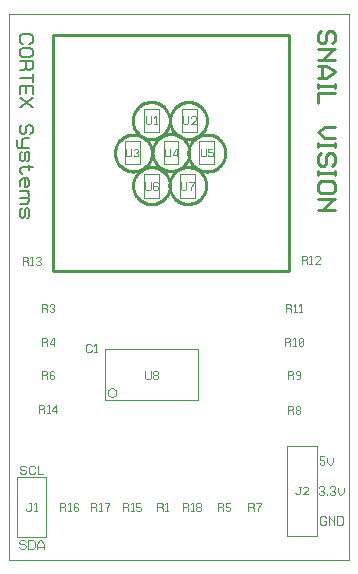
<source format=gto>
G75*
G71*
%OFA0B0*%
%FSLAX23Y23*%
%IPPOS*%
%LPD*%
%ADD10C,0.1*%
%ADD11C,0.111*%
%ADD12C,0.05*%
%ADD13C,0.25*%
%ADD14C,0.118*%
%ADD15C,0.235*%
%ADD16C,0.176*%
%LPD*%D10*
X0Y0D02*
X0Y100D01*
X0Y200D01*
X0Y300D01*
X0Y399D01*
X0Y499D01*
X0Y599D01*
X0Y699D01*
X0Y799D01*
X0Y899D01*
X0Y999D01*
X0Y1098D01*
X0Y1198D01*
X0Y1298D01*
X0Y1398D01*
X0Y1498D01*
X0Y1598D01*
X0Y1697D01*
X0Y1797D01*
X0Y1897D01*
X0Y1997D01*
X0Y2097D01*
X0Y2197D01*
X0Y2297D01*
X0Y2396D01*
X0Y2496D01*
X0Y2596D01*
X0Y2696D01*
X0Y2796D01*
X0Y2896D01*
X0Y2996D01*
X0Y3095D01*
X0Y3195D01*
X0Y3295D01*
X0Y3395D01*
X0Y3495D01*
X0Y3595D01*
X0Y3694D01*
X0Y3794D01*
X0Y3894D01*
X0Y3994D01*
X0Y4094D01*
X0Y4194D01*
X0Y4294D01*
X0Y4393D01*
X0Y4493D01*
X0Y4593D01*
X0Y4693D01*
X0Y4793D01*
X0Y4893D01*
X0Y4993D01*
X0Y5092D01*
X0Y5192D01*
X0Y5292D01*
X0Y5392D01*
X0Y5492D01*
X0Y5592D01*
X0Y5692D01*
X0Y5791D01*
X0Y5891D01*
X0Y5991D01*
X0Y6091D01*
X0Y6191D01*
X0Y6291D01*
X0Y6390D01*
X0Y6490D01*
X0Y6590D01*
X0Y6690D01*
X0Y6790D01*
X0Y6890D01*
X0Y6990D01*
X0Y7089D01*
X0Y7189D01*
X0Y7289D01*
X0Y7389D01*
X0Y7489D01*
X0Y7589D01*
X0Y7689D01*
X0Y7788D01*
X0Y7888D01*
X0Y7988D01*
X0Y8088D01*
X0Y8188D01*
X0Y8288D01*
X0Y8388D01*
X0Y8487D01*
X0Y8587D01*
X0Y8687D01*
X0Y8787D01*
X0Y8887D01*
X0Y8987D01*
X0Y9086D01*
X0Y9186D01*
X0Y9286D01*
X0Y9386D01*
X0Y9486D01*
X0Y9586D01*
X0Y9686D01*
X0Y9785D01*
X0Y9885D01*
X0Y9985D01*
X0Y10085D01*
X0Y10185D01*
X0Y10285D01*
X0Y10385D01*
X0Y10484D01*
X0Y10584D01*
X0Y10684D01*
X0Y10784D01*
X0Y10884D01*
X0Y10984D01*
X0Y11083D01*
X0Y11183D01*
X0Y11283D01*
X0Y11383D01*
X0Y11483D01*
X0Y11583D01*
X0Y11683D01*
X0Y11782D01*
X0Y11882D01*
X0Y11982D01*
X0Y12082D01*
X0Y12182D01*
X0Y12282D01*
X0Y12382D01*
X0Y12481D01*
X0Y12581D01*
X0Y12681D01*
X0Y12781D01*
X0Y12881D01*
X0Y12981D01*
X0Y13081D01*
X0Y13180D01*
X0Y13280D01*
X0Y13380D01*
X0Y13480D01*
X0Y13580D01*
X0Y13680D01*
X0Y13779D01*
X0Y13879D01*
X0Y13979D01*
X0Y14079D01*
X0Y14179D01*
X0Y14279D01*
X0Y14379D01*
X0Y14478D01*
X0Y14578D01*
X0Y14678D01*
X0Y14778D01*
X0Y14878D01*
X0Y14978D01*
X0Y15078D01*
X0Y15177D01*
X0Y15277D01*
X0Y15377D01*
X0Y15477D01*
X0Y15577D01*
X0Y15677D01*
X0Y15777D01*
X0Y15876D01*
X0Y15976D01*
X0Y16076D01*
X0Y16176D01*
X0Y16276D01*
X0Y16376D01*
X0Y16475D01*
X0Y16575D01*
X0Y16675D01*
X0Y16775D01*
X0Y16875D01*
X0Y16975D01*
X0Y17075D01*
X0Y17174D01*
X0Y17274D01*
X0Y17374D01*
X0Y17474D01*
X0Y17574D01*
X0Y17674D01*
X0Y17774D01*
X0Y17873D01*
X0Y17973D01*
X0Y18073D01*
X0Y18173D01*
X0Y18273D01*
X0Y18373D01*
X0Y18472D01*
X0Y18572D01*
X0Y18672D01*
X0Y18772D01*
X0Y18872D01*
X0Y18972D01*
X0Y19072D01*
X0Y19171D01*
X0Y19271D01*
X0Y19371D01*
X0Y19471D01*
X0Y19571D01*
X0Y19671D01*
X0Y19771D01*
X0Y19870D01*
X0Y19970D01*
X0Y20070D01*
X0Y20170D01*
X0Y20270D01*
X0Y20370D01*
X0Y20470D01*
X0Y20569D01*
X0Y20669D01*
X0Y20769D01*
X0Y20869D01*
X0Y20969D01*
X0Y21069D01*
X0Y21168D01*
X0Y21268D01*
X0Y21368D01*
X0Y21468D01*
X0Y21568D01*
X0Y21668D01*
X0Y21768D01*
X0Y21867D01*
X0Y21967D01*
X0Y22067D01*
X0Y22167D01*
X0Y22267D01*
X0Y22367D01*
X0Y22467D01*
X0Y22566D01*
X0Y22666D01*
X0Y22766D01*
X0Y22866D01*
X0Y22966D01*
X0Y23066D01*
X0Y23166D01*
X0Y23265D01*
X0Y23365D01*
X0Y23465D01*
X0Y23565D01*
X0Y23665D01*
X0Y23765D01*
X0Y23864D01*
X0Y23964D01*
X0Y24064D01*
X0Y24164D01*
X0Y24264D01*
X0Y24364D01*
X0Y24464D01*
X0Y24563D01*
X0Y24663D01*
X0Y24763D01*
X0Y24863D01*
X0Y24963D01*
X0Y25063D01*
X0Y25163D01*
X0Y25262D01*
X0Y25362D01*
X0Y25462D01*
X0Y25562D01*
X0Y25662D01*
X0Y25762D01*
X0Y25861D01*
X0Y25961D01*
X0Y26061D01*
X0Y26161D01*
X0Y26261D01*
X0Y26361D01*
X0Y26461D01*
X0Y26560D01*
X0Y26660D01*
X0Y26760D01*
X0Y26860D01*
X0Y26960D01*
X0Y27060D01*
X0Y27160D01*
X0Y27259D01*
X0Y27359D01*
X0Y27459D01*
X0Y27559D01*
X0Y27659D01*
X0Y27759D01*
X0Y27859D01*
X0Y27958D01*
X0Y28058D01*
X0Y28158D01*
X0Y28258D01*
X0Y28358D01*
X0Y28458D01*
X0Y28557D01*
X0Y28657D01*
X0Y28757D01*
X0Y28857D01*
X0Y28957D01*
X0Y29057D01*
X0Y29157D01*
X0Y29256D01*
X0Y29356D01*
X0Y29456D01*
X0Y29556D01*
X0Y29656D01*
X0Y29756D01*
X0Y29856D01*
X0Y29955D01*
X0Y30055D01*
X0Y30155D01*
X0Y30255D01*
X0Y30355D01*
X0Y30455D01*
X0Y30555D01*
X0Y30654D01*
X0Y30754D01*
X0Y30854D01*
X0Y30954D01*
X0Y31054D01*
X0Y31154D01*
X0Y31253D01*
X0Y31353D01*
X0Y31453D01*
X0Y31553D01*
X0Y31653D01*
X0Y31753D01*
X0Y31853D01*
X0Y31952D01*
X0Y32052D01*
X0Y32152D01*
X0Y32252D01*
X0Y32352D01*
X0Y32452D01*
X0Y32552D01*
X0Y32651D01*
X0Y32751D01*
X0Y32851D01*
X0Y32951D01*
X0Y33051D01*
X0Y33151D01*
X0Y33251D01*
X0Y33350D01*
X0Y33450D01*
X0Y33550D01*
X0Y33650D01*
X0Y33750D01*
X0Y33850D01*
X0Y33949D01*
X0Y34049D01*
X0Y34149D01*
X0Y34249D01*
X0Y34349D01*
X0Y34449D01*
X0Y34549D01*
X0Y34648D01*
X0Y34748D01*
X0Y34848D01*
X0Y34948D01*
X0Y35048D01*
X0Y35148D01*
X0Y35248D01*
X0Y35347D01*
X0Y35447D01*
X0Y35547D01*
X0Y35647D01*
X0Y35747D01*
X0Y35847D01*
X0Y35947D01*
X0Y36046D01*
X0Y36146D01*
X0Y36246D01*
X0Y36346D01*
X0Y36446D01*
X0Y36546D01*
X0Y36645D01*
X0Y36745D01*
X0Y36845D01*
X0Y36945D01*
X0Y37045D01*
X0Y37145D01*
X0Y37245D01*
X0Y37344D01*
X0Y37444D01*
X0Y37544D01*
X0Y37644D01*
X0Y37744D01*
X0Y37844D01*
X0Y37944D01*
X0Y38043D01*
X0Y38143D01*
X0Y38243D01*
X0Y38343D01*
X0Y38443D01*
X0Y38543D01*
X0Y38643D01*
X0Y38742D01*
X0Y38842D01*
X0Y38942D01*
X0Y39042D01*
X0Y39142D01*
X0Y39242D01*
X0Y39341D01*
X0Y39441D01*
X0Y39541D01*
X0Y39641D01*
X0Y39741D01*
X0Y39841D01*
X0Y39941D01*
X0Y40040D01*
X0Y40140D01*
X0Y40240D01*
X0Y40340D01*
X0Y40440D01*
X0Y40540D01*
X0Y40640D01*
X0Y40739D01*
X0Y40839D01*
X0Y40939D01*
X0Y41039D01*
X0Y41139D01*
X0Y41239D01*
X0Y41339D01*
X0Y41438D01*
X0Y41538D01*
X0Y41638D01*
X0Y41738D01*
X0Y41838D01*
X0Y41938D01*
X0Y42037D01*
X0Y42137D01*
X0Y42237D01*
X0Y42337D01*
X0Y42437D01*
X0Y42537D01*
X0Y42637D01*
X0Y42736D01*
X0Y42836D01*
X0Y42936D01*
X0Y43036D01*
X0Y43136D01*
X0Y43236D01*
X0Y43336D01*
X0Y43435D01*
X0Y43535D01*
X0Y43635D01*
X0Y43735D01*
X0Y43835D01*
X0Y43935D01*
X0Y44035D01*
X0Y44134D01*
X0Y44234D01*
X0Y44334D01*
X0Y44434D01*
X0Y44534D01*
X0Y44634D01*
X0Y44734D01*
X0Y44833D01*
X0Y44933D01*
X0Y45033D01*
X0Y45133D01*
X0Y45233D01*
X0Y45333D01*
X0Y45432D01*
X0Y45532D01*
X0Y45632D01*
X0Y45732D01*
X0Y45832D01*
X0Y45932D01*
X0Y46032D01*
X0Y46131D01*
X0Y46231D01*
X100Y46231D01*
X200Y46231D01*
X300Y46231D01*
X400Y46231D01*
X500Y46231D01*
X600Y46231D01*
X700Y46231D01*
X800Y46231D01*
X900Y46231D01*
X999Y46231D01*
X1099Y46231D01*
X1199Y46231D01*
X1299Y46231D01*
X1399Y46231D01*
X1499Y46231D01*
X1599Y46231D01*
X1699Y46231D01*
X1799Y46231D01*
X1899Y46231D01*
X1999Y46231D01*
X2099Y46231D01*
X2199Y46231D01*
X2299Y46231D01*
X2399Y46231D01*
X2499Y46231D01*
X2599Y46231D01*
X2699Y46231D01*
X2799Y46231D01*
X2898Y46231D01*
X2998Y46231D01*
X3098Y46231D01*
X3198Y46231D01*
X3298Y46231D01*
X3398Y46231D01*
X3498Y46231D01*
X3598Y46231D01*
X3698Y46231D01*
X3798Y46231D01*
X3898Y46231D01*
X3998Y46231D01*
X4098Y46231D01*
X4198Y46231D01*
X4298Y46231D01*
X4398Y46231D01*
X4498Y46231D01*
X4598Y46231D01*
X4698Y46231D01*
X4798Y46231D01*
X4897Y46231D01*
X4997Y46231D01*
X5097Y46231D01*
X5197Y46231D01*
X5297Y46231D01*
X5397Y46231D01*
X5497Y46231D01*
X5597Y46231D01*
X5697Y46231D01*
X5797Y46231D01*
X5897Y46231D01*
X5997Y46231D01*
X6097Y46231D01*
X6197Y46231D01*
X6297Y46231D01*
X6397Y46231D01*
X6497Y46231D01*
X6597Y46231D01*
X6697Y46231D01*
X6796Y46231D01*
X6896Y46231D01*
X6996Y46231D01*
X7096Y46231D01*
X7196Y46231D01*
X7296Y46231D01*
X7396Y46231D01*
X7496Y46231D01*
X7596Y46231D01*
X7696Y46231D01*
X7796Y46231D01*
X7896Y46231D01*
X7996Y46231D01*
X8096Y46231D01*
X8196Y46231D01*
X8296Y46231D01*
X8396Y46231D01*
X8496Y46231D01*
X8596Y46231D01*
X8696Y46231D01*
X8795Y46231D01*
X8895Y46231D01*
X8995Y46231D01*
X9095Y46231D01*
X9195Y46231D01*
X9295Y46231D01*
X9395Y46231D01*
X9495Y46231D01*
X9595Y46231D01*
X9695Y46231D01*
X9795Y46231D01*
X9895Y46231D01*
X9995Y46231D01*
X10095Y46231D01*
X10195Y46231D01*
X10295Y46231D01*
X10395Y46231D01*
X10495Y46231D01*
X10595Y46231D01*
X10694Y46231D01*
X10794Y46231D01*
X10894Y46231D01*
X10994Y46231D01*
X11094Y46231D01*
X11194Y46231D01*
X11294Y46231D01*
X11394Y46231D01*
X11494Y46231D01*
X11594Y46231D01*
X11694Y46231D01*
X11794Y46231D01*
X11894Y46231D01*
X11994Y46231D01*
X12094Y46231D01*
X12194Y46231D01*
X12294Y46231D01*
X12394Y46231D01*
X12494Y46231D01*
X12593Y46231D01*
X12693Y46231D01*
X12793Y46231D01*
X12893Y46231D01*
X12993Y46231D01*
X13093Y46231D01*
X13193Y46231D01*
X13293Y46231D01*
X13393Y46231D01*
X13493Y46231D01*
X13593Y46231D01*
X13693Y46231D01*
X13793Y46231D01*
X13893Y46231D01*
X13993Y46231D01*
X14093Y46231D01*
X14193Y46231D01*
X14293Y46231D01*
X14393Y46231D01*
X14493Y46231D01*
X14592Y46231D01*
X14692Y46231D01*
X14792Y46231D01*
X14892Y46231D01*
X14992Y46231D01*
X15092Y46231D01*
X15192Y46231D01*
X15292Y46231D01*
X15392Y46231D01*
X15492Y46231D01*
X15592Y46231D01*
X15692Y46231D01*
X15792Y46231D01*
X15892Y46231D01*
X15992Y46231D01*
X16092Y46231D01*
X16192Y46231D01*
X16292Y46231D01*
X16392Y46231D01*
X16491Y46231D01*
X16591Y46231D01*
X16691Y46231D01*
X16791Y46231D01*
X16891Y46231D01*
X16991Y46231D01*
X17091Y46231D01*
X17191Y46231D01*
X17291Y46231D01*
X17391Y46231D01*
X17491Y46231D01*
X17591Y46231D01*
X17691Y46231D01*
X17791Y46231D01*
X17891Y46231D01*
X17991Y46231D01*
X18091Y46231D01*
X18191Y46231D01*
X18291Y46231D01*
X18391Y46231D01*
X18490Y46231D01*
X18590Y46231D01*
X18690Y46231D01*
X18790Y46231D01*
X18890Y46231D01*
X18990Y46231D01*
X19090Y46231D01*
X19190Y46231D01*
X19290Y46231D01*
X19390Y46231D01*
X19490Y46231D01*
X19590Y46231D01*
X19690Y46231D01*
X19790Y46231D01*
X19890Y46231D01*
X19990Y46231D01*
X20090Y46231D01*
X20190Y46231D01*
X20290Y46231D01*
X20389Y46231D01*
X20489Y46231D01*
X20589Y46231D01*
X20689Y46231D01*
X20789Y46231D01*
X20889Y46231D01*
X20989Y46231D01*
X21089Y46231D01*
X21189Y46231D01*
X21289Y46231D01*
X21389Y46231D01*
X21489Y46231D01*
X21589Y46231D01*
X21689Y46231D01*
X21789Y46231D01*
X21889Y46231D01*
X21989Y46231D01*
X22089Y46231D01*
X22189Y46231D01*
X22289Y46231D01*
X22388Y46231D01*
X22488Y46231D01*
X22588Y46231D01*
X22688Y46231D01*
X22788Y46231D01*
X22888Y46231D01*
X22988Y46231D01*
X23088Y46231D01*
X23188Y46231D01*
X23288Y46231D01*
X23388Y46231D01*
X23488Y46231D01*
X23588Y46231D01*
X23688Y46231D01*
X23788Y46231D01*
X23888Y46231D01*
X23988Y46231D01*
X24088Y46231D01*
X24188Y46231D01*
X24288Y46231D01*
X24387Y46231D01*
X24487Y46231D01*
X24587Y46231D01*
X24687Y46231D01*
X24787Y46231D01*
X24887Y46231D01*
X24987Y46231D01*
X25087Y46231D01*
X25187Y46231D01*
X25287Y46231D01*
X25387Y46231D01*
X25487Y46231D01*
X25587Y46231D01*
X25687Y46231D01*
X25787Y46231D01*
X25887Y46231D01*
X25987Y46231D01*
X26087Y46231D01*
X26187Y46231D01*
X26286Y46231D01*
X26386Y46231D01*
X26486Y46231D01*
X26586Y46231D01*
X26686Y46231D01*
X26786Y46231D01*
X26886Y46231D01*
X26986Y46231D01*
X27086Y46231D01*
X27186Y46231D01*
X27286Y46231D01*
X27386Y46231D01*
X27486Y46231D01*
X27586Y46231D01*
X27686Y46231D01*
X27786Y46231D01*
X27886Y46231D01*
X27986Y46231D01*
X28086Y46231D01*
X28186Y46231D01*
X28285Y46231D01*
X28385Y46231D01*
X28485Y46231D01*
X28585Y46231D01*
X28685Y46231D01*
X28785Y46231D01*
X28785Y46132D01*
X28785Y46032D01*
X28785Y45932D01*
X28785Y45832D01*
X28785Y45732D01*
X28785Y45632D01*
X28785Y45532D01*
X28785Y45433D01*
X28785Y45333D01*
X28785Y45233D01*
X28785Y45133D01*
X28785Y45033D01*
X28785Y44933D01*
X28785Y44833D01*
X28785Y44734D01*
X28785Y44634D01*
X28785Y44534D01*
X28785Y44434D01*
X28785Y44334D01*
X28785Y44234D01*
X28785Y44134D01*
X28785Y44035D01*
X28785Y43935D01*
X28785Y43835D01*
X28785Y43735D01*
X28785Y43635D01*
X28785Y43535D01*
X28785Y43436D01*
X28785Y43336D01*
X28785Y43236D01*
X28785Y43136D01*
X28785Y43036D01*
X28785Y42936D01*
X28785Y42836D01*
X28785Y42737D01*
X28785Y42637D01*
X28785Y42537D01*
X28785Y42437D01*
X28785Y42337D01*
X28785Y42237D01*
X28785Y42137D01*
X28785Y42038D01*
X28785Y41938D01*
X28785Y41838D01*
X28785Y41738D01*
X28785Y41638D01*
X28785Y41538D01*
X28785Y41438D01*
X28785Y41339D01*
X28785Y41239D01*
X28785Y41139D01*
X28785Y41039D01*
X28785Y40939D01*
X28785Y40839D01*
X28785Y40740D01*
X28785Y40640D01*
X28785Y40540D01*
X28785Y40440D01*
X28785Y40340D01*
X28785Y40240D01*
X28785Y40140D01*
X28785Y40041D01*
X28785Y39941D01*
X28785Y39841D01*
X28785Y39741D01*
X28785Y39641D01*
X28785Y39541D01*
X28785Y39441D01*
X28785Y39342D01*
X28785Y39242D01*
X28785Y39142D01*
X28785Y39042D01*
X28785Y38942D01*
X28785Y38842D01*
X28785Y38743D01*
X28785Y38643D01*
X28785Y38543D01*
X28785Y38443D01*
X28785Y38343D01*
X28785Y38243D01*
X28785Y38143D01*
X28785Y38044D01*
X28785Y37944D01*
X28785Y37844D01*
X28785Y37744D01*
X28785Y37644D01*
X28785Y37544D01*
X28785Y37444D01*
X28785Y37345D01*
X28785Y37245D01*
X28785Y37145D01*
X28785Y37045D01*
X28785Y36945D01*
X28785Y36845D01*
X28785Y36745D01*
X28785Y36646D01*
X28785Y36546D01*
X28785Y36446D01*
X28785Y36346D01*
X28785Y36246D01*
X28785Y36146D01*
X28785Y36047D01*
X28785Y35947D01*
X28785Y35847D01*
X28785Y35747D01*
X28785Y35647D01*
X28785Y35547D01*
X28785Y35447D01*
X28785Y35348D01*
X28785Y35248D01*
X28785Y35148D01*
X28785Y35048D01*
X28785Y34948D01*
X28785Y34848D01*
X28785Y34748D01*
X28785Y34649D01*
X28785Y34549D01*
X28785Y34449D01*
X28785Y34349D01*
X28785Y34249D01*
X28785Y34149D01*
X28785Y34050D01*
X28785Y33950D01*
X28785Y33850D01*
X28785Y33750D01*
X28785Y33650D01*
X28785Y33550D01*
X28785Y33450D01*
X28785Y33351D01*
X28785Y33251D01*
X28785Y33151D01*
X28785Y33051D01*
X28785Y32951D01*
X28785Y32851D01*
X28785Y32751D01*
X28785Y32652D01*
X28785Y32552D01*
X28785Y32452D01*
X28785Y32352D01*
X28785Y32252D01*
X28785Y32152D01*
X28785Y32052D01*
X28785Y31953D01*
X28785Y31853D01*
X28785Y31753D01*
X28785Y31653D01*
X28785Y31553D01*
X28785Y31453D01*
X28785Y31354D01*
X28785Y31254D01*
X28785Y31154D01*
X28785Y31054D01*
X28785Y30954D01*
X28785Y30854D01*
X28785Y30754D01*
X28785Y30655D01*
X28785Y30555D01*
X28785Y30455D01*
X28785Y30355D01*
X28785Y30255D01*
X28785Y30155D01*
X28785Y30055D01*
X28785Y29956D01*
X28785Y29856D01*
X28785Y29756D01*
X28785Y29656D01*
X28785Y29556D01*
X28785Y29456D01*
X28785Y29356D01*
X28785Y29257D01*
X28785Y29157D01*
X28785Y29057D01*
X28785Y28957D01*
X28785Y28857D01*
X28785Y28757D01*
X28785Y28658D01*
X28785Y28558D01*
X28785Y28458D01*
X28785Y28358D01*
X28785Y28258D01*
X28785Y28158D01*
X28785Y28058D01*
X28785Y27959D01*
X28785Y27859D01*
X28785Y27759D01*
X28785Y27659D01*
X28785Y27559D01*
X28785Y27459D01*
X28785Y27359D01*
X28785Y27260D01*
X28785Y27160D01*
X28785Y27060D01*
X28785Y26960D01*
X28785Y26860D01*
X28785Y26760D01*
X28785Y26661D01*
X28785Y26561D01*
X28785Y26461D01*
X28785Y26361D01*
X28785Y26261D01*
X28785Y26161D01*
X28785Y26061D01*
X28785Y25962D01*
X28785Y25862D01*
X28785Y25762D01*
X28785Y25662D01*
X28785Y25562D01*
X28785Y25462D01*
X28785Y25362D01*
X28785Y25263D01*
X28785Y25163D01*
X28785Y25063D01*
X28785Y24963D01*
X28785Y24863D01*
X28785Y24763D01*
X28785Y24663D01*
X28785Y24564D01*
X28785Y24464D01*
X28785Y24364D01*
X28785Y24264D01*
X28785Y24164D01*
X28785Y24064D01*
X28785Y23965D01*
X28785Y23865D01*
X28785Y23765D01*
X28785Y23665D01*
X28785Y23565D01*
X28785Y23465D01*
X28785Y23365D01*
X28785Y23266D01*
X28785Y23166D01*
X28785Y23066D01*
X28785Y22966D01*
X28785Y22866D01*
X28785Y22766D01*
X28785Y22666D01*
X28785Y22567D01*
X28785Y22467D01*
X28785Y22367D01*
X28785Y22267D01*
X28785Y22167D01*
X28785Y22067D01*
X28785Y21967D01*
X28785Y21868D01*
X28785Y21768D01*
X28785Y21668D01*
X28785Y21568D01*
X28785Y21468D01*
X28785Y21368D01*
X28785Y21269D01*
X28785Y21169D01*
X28785Y21069D01*
X28785Y20969D01*
X28785Y20869D01*
X28785Y20769D01*
X28785Y20669D01*
X28785Y20570D01*
X28785Y20470D01*
X28785Y20370D01*
X28785Y20270D01*
X28785Y20170D01*
X28785Y20070D01*
X28785Y19970D01*
X28785Y19871D01*
X28785Y19771D01*
X28785Y19671D01*
X28785Y19571D01*
X28785Y19471D01*
X28785Y19371D01*
X28785Y19271D01*
X28785Y19172D01*
X28785Y19072D01*
X28785Y18972D01*
X28785Y18872D01*
X28785Y18772D01*
X28785Y18672D01*
X28785Y18573D01*
X28785Y18473D01*
X28785Y18373D01*
X28785Y18273D01*
X28785Y18173D01*
X28785Y18073D01*
X28785Y17973D01*
X28785Y17874D01*
X28785Y17774D01*
X28785Y17674D01*
X28785Y17574D01*
X28785Y17474D01*
X28785Y17374D01*
X28785Y17274D01*
X28785Y17175D01*
X28785Y17075D01*
X28785Y16975D01*
X28785Y16875D01*
X28785Y16775D01*
X28785Y16675D01*
X28785Y16576D01*
X28785Y16476D01*
X28785Y16376D01*
X28785Y16276D01*
X28785Y16176D01*
X28785Y16076D01*
X28785Y15976D01*
X28785Y15877D01*
X28785Y15777D01*
X28785Y15677D01*
X28785Y15577D01*
X28785Y15477D01*
X28785Y15377D01*
X28785Y15277D01*
X28785Y15178D01*
X28785Y15078D01*
X28785Y14978D01*
X28785Y14878D01*
X28785Y14778D01*
X28785Y14678D01*
X28785Y14578D01*
X28785Y14479D01*
X28785Y14379D01*
X28785Y14279D01*
X28785Y14179D01*
X28785Y14079D01*
X28785Y13979D01*
X28785Y13880D01*
X28785Y13780D01*
X28785Y13680D01*
X28785Y13580D01*
X28785Y13480D01*
X28785Y13380D01*
X28785Y13280D01*
X28785Y13181D01*
X28785Y13081D01*
X28785Y12981D01*
X28785Y12881D01*
X28785Y12781D01*
X28785Y12681D01*
X28785Y12581D01*
X28785Y12482D01*
X28785Y12382D01*
X28785Y12282D01*
X28785Y12182D01*
X28785Y12082D01*
X28785Y11982D01*
X28785Y11882D01*
X28785Y11783D01*
X28785Y11683D01*
X28785Y11583D01*
X28785Y11483D01*
X28785Y11383D01*
X28785Y11283D01*
X28785Y11184D01*
X28785Y11084D01*
X28785Y10984D01*
X28785Y10884D01*
X28785Y10784D01*
X28785Y10684D01*
X28785Y10584D01*
X28785Y10485D01*
X28785Y10385D01*
X28785Y10285D01*
X28785Y10185D01*
X28785Y10085D01*
X28785Y9985D01*
X28785Y9885D01*
X28785Y9786D01*
X28785Y9686D01*
X28785Y9586D01*
X28785Y9486D01*
X28785Y9386D01*
X28785Y9286D01*
X28785Y9186D01*
X28785Y9087D01*
X28785Y8987D01*
X28785Y8887D01*
X28785Y8787D01*
X28785Y8687D01*
X28785Y8587D01*
X28785Y8488D01*
X28785Y8388D01*
X28785Y8288D01*
X28785Y8188D01*
X28785Y8088D01*
X28785Y7988D01*
X28785Y7888D01*
X28785Y7789D01*
X28785Y7689D01*
X28785Y7589D01*
X28785Y7489D01*
X28785Y7389D01*
X28785Y7289D01*
X28785Y7189D01*
X28785Y7090D01*
X28785Y6990D01*
X28785Y6890D01*
X28785Y6790D01*
X28785Y6690D01*
X28785Y6590D01*
X28785Y6490D01*
X28785Y6391D01*
X28785Y6291D01*
X28785Y6191D01*
X28785Y6091D01*
X28785Y5991D01*
X28785Y5891D01*
X28785Y5792D01*
X28785Y5692D01*
X28785Y5592D01*
X28785Y5492D01*
X28785Y5392D01*
X28785Y5292D01*
X28785Y5192D01*
X28785Y5093D01*
X28785Y4993D01*
X28785Y4893D01*
X28785Y4793D01*
X28785Y4693D01*
X28785Y4593D01*
X28785Y4493D01*
X28785Y4394D01*
X28785Y4294D01*
X28785Y4194D01*
X28785Y4094D01*
X28785Y3994D01*
X28785Y3894D01*
X28785Y3794D01*
X28785Y3695D01*
X28785Y3595D01*
X28785Y3495D01*
X28785Y3395D01*
X28785Y3295D01*
X28785Y3195D01*
X28785Y3095D01*
X28785Y2996D01*
X28785Y2896D01*
X28785Y2796D01*
X28785Y2696D01*
X28785Y2596D01*
X28785Y2496D01*
X28785Y2397D01*
X28785Y2297D01*
X28785Y2197D01*
X28785Y2097D01*
X28785Y1997D01*
X28785Y1897D01*
X28785Y1797D01*
X28785Y1698D01*
X28785Y1598D01*
X28785Y1498D01*
X28785Y1398D01*
X28785Y1298D01*
X28785Y1198D01*
X28785Y1098D01*
X28785Y999D01*
X28785Y899D01*
X28785Y799D01*
X28785Y699D01*
X28785Y599D01*
X28785Y499D01*
X28785Y399D01*
X28785Y300D01*
X28785Y200D01*
X28785Y100D01*
X28785Y0D01*
X28685Y0D01*
X28585Y0D01*
X28485Y0D01*
X28385Y0D01*
X28286Y0D01*
X28186Y0D01*
X28086Y0D01*
X27986Y0D01*
X27886Y0D01*
X27786Y0D01*
X27686Y0D01*
X27586Y0D01*
X27486Y0D01*
X27386Y0D01*
X27286Y0D01*
X27186Y0D01*
X27086Y0D01*
X26986Y0D01*
X26886Y0D01*
X26786Y0D01*
X26686Y0D01*
X26586Y0D01*
X26486Y0D01*
X26387Y0D01*
X26287Y0D01*
X26187Y0D01*
X26087Y0D01*
X25987Y0D01*
X25887Y0D01*
X25787Y0D01*
X25687Y0D01*
X25587Y0D01*
X25487Y0D01*
X25387Y0D01*
X25287Y0D01*
X25187Y0D01*
X25087Y0D01*
X24987Y0D01*
X24887Y0D01*
X24787Y0D01*
X24687Y0D01*
X24587Y0D01*
X24487Y0D01*
X24388Y0D01*
X24288Y0D01*
X24188Y0D01*
X24088Y0D01*
X23988Y0D01*
X23888Y0D01*
X23788Y0D01*
X23688Y0D01*
X23588Y0D01*
X23488Y0D01*
X23388Y0D01*
X23288Y0D01*
X23188Y0D01*
X23088Y0D01*
X22988Y0D01*
X22888Y0D01*
X22788Y0D01*
X22688Y0D01*
X22588Y0D01*
X22489Y0D01*
X22389Y0D01*
X22289Y0D01*
X22189Y0D01*
X22089Y0D01*
X21989Y0D01*
X21889Y0D01*
X21789Y0D01*
X21689Y0D01*
X21589Y0D01*
X21489Y0D01*
X21389Y0D01*
X21289Y0D01*
X21189Y0D01*
X21089Y0D01*
X20989Y0D01*
X20889Y0D01*
X20789Y0D01*
X20689Y0D01*
X20590Y0D01*
X20490Y0D01*
X20390Y0D01*
X20290Y0D01*
X20190Y0D01*
X20090Y0D01*
X19990Y0D01*
X19890Y0D01*
X19790Y0D01*
X19690Y0D01*
X19590Y0D01*
X19490Y0D01*
X19390Y0D01*
X19290Y0D01*
X19190Y0D01*
X19090Y0D01*
X18990Y0D01*
X18890Y0D01*
X18790Y0D01*
X18690Y0D01*
X18591Y0D01*
X18491Y0D01*
X18391Y0D01*
X18291Y0D01*
X18191Y0D01*
X18091Y0D01*
X17991Y0D01*
X17891Y0D01*
X17791Y0D01*
X17691Y0D01*
X17591Y0D01*
X17491Y0D01*
X17391Y0D01*
X17291Y0D01*
X17191Y0D01*
X17091Y0D01*
X16991Y0D01*
X16891Y0D01*
X16791Y0D01*
X16692Y0D01*
X16592Y0D01*
X16492Y0D01*
X16392Y0D01*
X16292Y0D01*
X16192Y0D01*
X16092Y0D01*
X15992Y0D01*
X15892Y0D01*
X15792Y0D01*
X15692Y0D01*
X15592Y0D01*
X15492Y0D01*
X15392Y0D01*
X15292Y0D01*
X15192Y0D01*
X15092Y0D01*
X14992Y0D01*
X14892Y0D01*
X14792Y0D01*
X14693Y0D01*
X14593Y0D01*
X14493Y0D01*
X14393Y0D01*
X14293Y0D01*
X14193Y0D01*
X14093Y0D01*
X13993Y0D01*
X13893Y0D01*
X13793Y0D01*
X13693Y0D01*
X13593Y0D01*
X13493Y0D01*
X13393Y0D01*
X13293Y0D01*
X13193Y0D01*
X13093Y0D01*
X12993Y0D01*
X12893Y0D01*
X12794Y0D01*
X12694Y0D01*
X12594Y0D01*
X12494Y0D01*
X12394Y0D01*
X12294Y0D01*
X12194Y0D01*
X12094Y0D01*
X11994Y0D01*
X11894Y0D01*
X11794Y0D01*
X11694Y0D01*
X11594Y0D01*
X11494Y0D01*
X11394Y0D01*
X11294Y0D01*
X11194Y0D01*
X11094Y0D01*
X10994Y0D01*
X10894Y0D01*
X10795Y0D01*
X10695Y0D01*
X10595Y0D01*
X10495Y0D01*
X10395Y0D01*
X10295Y0D01*
X10195Y0D01*
X10095Y0D01*
X9995Y0D01*
X9895Y0D01*
X9795Y0D01*
X9695Y0D01*
X9595Y0D01*
X9495Y0D01*
X9395Y0D01*
X9295Y0D01*
X9195Y0D01*
X9095Y0D01*
X8995Y0D01*
X8896Y0D01*
X8796Y0D01*
X8696Y0D01*
X8596Y0D01*
X8496Y0D01*
X8396Y0D01*
X8296Y0D01*
X8196Y0D01*
X8096Y0D01*
X7996Y0D01*
X7896Y0D01*
X7796Y0D01*
X7696Y0D01*
X7596Y0D01*
X7496Y0D01*
X7396Y0D01*
X7296Y0D01*
X7196Y0D01*
X7096Y0D01*
X6996Y0D01*
X6897Y0D01*
X6797Y0D01*
X6697Y0D01*
X6597Y0D01*
X6497Y0D01*
X6397Y0D01*
X6297Y0D01*
X6197Y0D01*
X6097Y0D01*
X5997Y0D01*
X5897Y0D01*
X5797Y0D01*
X5697Y0D01*
X5597Y0D01*
X5497Y0D01*
X5397Y0D01*
X5297Y0D01*
X5197Y0D01*
X5097Y0D01*
X4998Y0D01*
X4898Y0D01*
X4798Y0D01*
X4698Y0D01*
X4598Y0D01*
X4498Y0D01*
X4398Y0D01*
X4298Y0D01*
X4198Y0D01*
X4098Y0D01*
X3998Y0D01*
X3898Y0D01*
X3798Y0D01*
X3698Y0D01*
X3598Y0D01*
X3498Y0D01*
X3398Y0D01*
X3298Y0D01*
X3198Y0D01*
X3098Y0D01*
X2999Y0D01*
X2899Y0D01*
X2799Y0D01*
X2699Y0D01*
X2599Y0D01*
X2499Y0D01*
X2399Y0D01*
X2299Y0D01*
X2199Y0D01*
X2099Y0D01*
X1999Y0D01*
X1899Y0D01*
X1799Y0D01*
X1699Y0D01*
X1599Y0D01*
X1499Y0D01*
X1399Y0D01*
X1299Y0D01*
X1199Y0D01*
X1099Y0D01*
X1000Y0D01*
X900Y0D01*
X800Y0D01*
X700Y0D01*
X600Y0D01*
X500Y0D01*
X400Y0D01*
X300Y0D01*
X200Y0D01*
X100Y0D01*
X0Y0D01*
X0Y0D01*
D11*
X11599Y37529D02*
X11599Y36946D01*
X11682Y36862D01*
X11960Y36862D01*
X12043Y36946D01*
X12043Y37529D01*
D11*
X12404Y36862D02*
X12404Y37529D01*
X12349Y37529D01*
X12265Y37418D01*
D11*
X12265Y36862D02*
X12515Y36862D01*
D10*
X12682Y38196D02*
X12682Y36196D01*
X11432Y36196D01*
X11432Y38196D01*
X12682Y38196D01*
D11*
X14741Y37529D02*
X14741Y36946D01*
X14825Y36862D01*
X15102Y36862D01*
X15186Y36946D01*
X15186Y37529D01*
D11*
X15408Y37418D02*
X15408Y37446D01*
X15491Y37529D01*
X15714Y37529D01*
X15797Y37446D01*
X15797Y37251D01*
X15408Y36862D01*
X15797Y36862D01*
D10*
X15894Y38196D02*
X15894Y36196D01*
X14644Y36196D01*
X14644Y38196D01*
X15894Y38196D01*
D11*
X9892Y34807D02*
X9892Y34223D01*
X9975Y34140D01*
X10253Y34140D01*
X10336Y34223D01*
X10336Y34807D01*
D11*
X10558Y34696D02*
X10558Y34723D01*
X10642Y34807D01*
X10864Y34807D01*
X10947Y34723D01*
X10947Y34612D01*
X10808Y34473D01*
X10947Y34335D01*
X10947Y34223D01*
X10864Y34140D01*
X10642Y34140D01*
X10558Y34223D01*
X10558Y34251D01*
D11*
X10725Y34473D02*
X10808Y34473D01*
D10*
X11044Y35473D02*
X11044Y33473D01*
X9794Y33473D01*
X9794Y35473D01*
X11044Y35473D01*
D11*
X13173Y34807D02*
X13173Y34223D01*
X13257Y34140D01*
X13534Y34140D01*
X13618Y34223D01*
X13618Y34807D01*
D11*
X14173Y34140D02*
X14173Y34807D01*
X14118Y34807D01*
X13840Y34390D01*
X13840Y34279D01*
X14229Y34279D01*
D10*
X14326Y35473D02*
X14326Y33473D01*
X13076Y33473D01*
X13076Y35473D01*
X14326Y35473D01*
D11*
X16210Y34807D02*
X16210Y34223D01*
X16294Y34140D01*
X16571Y34140D01*
X16655Y34223D01*
X16655Y34807D01*
D11*
X16877Y34251D02*
X16877Y34223D01*
X16960Y34140D01*
X17182Y34140D01*
X17266Y34223D01*
X17266Y34418D01*
X17182Y34501D01*
X16877Y34501D01*
X16877Y34807D01*
X17210Y34807D01*
D10*
X17363Y35473D02*
X17363Y33473D01*
X16113Y33473D01*
X16113Y35473D01*
X17363Y35473D01*
D11*
X14561Y31967D02*
X14561Y31383D01*
X14644Y31300D01*
X14922Y31300D01*
X15005Y31383D01*
X15005Y31967D01*
D11*
X15394Y31300D02*
X15394Y31522D01*
X15616Y31856D01*
X15616Y31967D01*
X15227Y31967D01*
D10*
X15714Y32633D02*
X15714Y30633D01*
X14464Y30633D01*
X14464Y32633D01*
X15714Y32633D01*
D11*
X11529Y31967D02*
X11529Y31383D01*
X11613Y31300D01*
X11890Y31300D01*
X11974Y31383D01*
X11974Y31967D01*
D11*
X12585Y31856D02*
X12585Y31883D01*
X12502Y31967D01*
X12279Y31967D01*
X12196Y31883D01*
X12196Y31383D01*
X12279Y31300D01*
X12502Y31300D01*
X12585Y31383D01*
X12585Y31550D01*
X12502Y31633D01*
X12196Y31633D01*
D10*
X12682Y32633D02*
X12682Y30633D01*
X11432Y30633D01*
X11432Y32633D01*
X12682Y32633D01*
D11*
X12549Y4125D02*
X12549Y4791D01*
X12882Y4791D01*
X12993Y4680D01*
X12993Y4569D01*
X12882Y4458D01*
X12549Y4458D01*
D11*
X12882Y4458D02*
X12993Y4347D01*
X12993Y4125D01*
D11*
X13354Y4125D02*
X13354Y4791D01*
X13299Y4791D01*
X13215Y4680D01*
D11*
X13215Y4125D02*
X13465Y4125D01*
D11*
X14724Y4125D02*
X14724Y4791D01*
X15057Y4791D01*
X15168Y4680D01*
X15168Y4569D01*
X15057Y4458D01*
X14724Y4458D01*
D11*
X15057Y4458D02*
X15168Y4347D01*
X15168Y4125D01*
D11*
X15529Y4125D02*
X15529Y4791D01*
X15474Y4791D01*
X15390Y4680D01*
D11*
X15390Y4125D02*
X15640Y4125D01*
D11*
X16168Y4458D02*
X16252Y4375D01*
X16252Y4208D01*
X16168Y4125D01*
X15946Y4125D01*
X15863Y4208D01*
X15863Y4375D01*
X15946Y4458D01*
X16168Y4458D01*
X16252Y4541D01*
X16252Y4708D01*
X16168Y4791D01*
X15946Y4791D01*
X15863Y4708D01*
X15863Y4541D01*
X15946Y4458D01*
D11*
X2769Y20949D02*
X2769Y21615D01*
X3103Y21615D01*
X3214Y21504D01*
X3214Y21393D01*
X3103Y21282D01*
X2769Y21282D01*
D11*
X3103Y21282D02*
X3214Y21171D01*
X3214Y20949D01*
D11*
X3436Y21504D02*
X3436Y21532D01*
X3519Y21615D01*
X3742Y21615D01*
X3825Y21532D01*
X3825Y21421D01*
X3686Y21282D01*
X3825Y21143D01*
X3825Y21032D01*
X3742Y20949D01*
X3519Y20949D01*
X3436Y21032D01*
X3436Y21060D01*
D11*
X3603Y21282D02*
X3686Y21282D01*
D11*
X2769Y18125D02*
X2769Y18791D01*
X3103Y18791D01*
X3214Y18680D01*
X3214Y18569D01*
X3103Y18458D01*
X2769Y18458D01*
D11*
X3103Y18458D02*
X3214Y18347D01*
X3214Y18125D01*
D11*
X3769Y18125D02*
X3769Y18791D01*
X3714Y18791D01*
X3436Y18375D01*
X3436Y18264D01*
X3825Y18264D01*
D11*
X17667Y4125D02*
X17667Y4791D01*
X18001Y4791D01*
X18112Y4680D01*
X18112Y4569D01*
X18001Y4458D01*
X17667Y4458D01*
D11*
X18001Y4458D02*
X18112Y4347D01*
X18112Y4125D01*
D11*
X18334Y4236D02*
X18334Y4208D01*
X18417Y4125D01*
X18639Y4125D01*
X18723Y4208D01*
X18723Y4402D01*
X18639Y4486D01*
X18334Y4486D01*
X18334Y4791D01*
X18667Y4791D01*
D11*
X2769Y15324D02*
X2769Y15990D01*
X3103Y15990D01*
X3214Y15879D01*
X3214Y15768D01*
X3103Y15657D01*
X2769Y15657D01*
D11*
X3103Y15657D02*
X3214Y15546D01*
X3214Y15324D01*
D11*
X3825Y15879D02*
X3825Y15907D01*
X3742Y15990D01*
X3519Y15990D01*
X3436Y15907D01*
X3436Y15407D01*
X3519Y15324D01*
X3742Y15324D01*
X3825Y15407D01*
X3825Y15574D01*
X3742Y15657D01*
X3436Y15657D01*
D11*
X20254Y4125D02*
X20254Y4791D01*
X20588Y4791D01*
X20699Y4680D01*
X20699Y4569D01*
X20588Y4458D01*
X20254Y4458D01*
D11*
X20588Y4458D02*
X20699Y4347D01*
X20699Y4125D01*
D11*
X21088Y4125D02*
X21088Y4347D01*
X21310Y4680D01*
X21310Y4791D01*
X20921Y4791D01*
D11*
X23598Y12367D02*
X23598Y13033D01*
X23932Y13033D01*
X24043Y12922D01*
X24043Y12811D01*
X23932Y12700D01*
X23598Y12700D01*
D11*
X23932Y12700D02*
X24043Y12589D01*
X24043Y12367D01*
D11*
X24571Y12700D02*
X24654Y12617D01*
X24654Y12450D01*
X24571Y12367D01*
X24348Y12367D01*
X24265Y12450D01*
X24265Y12617D01*
X24348Y12700D01*
X24571Y12700D01*
X24654Y12783D01*
X24654Y12950D01*
X24571Y13033D01*
X24348Y13033D01*
X24265Y12950D01*
X24265Y12783D01*
X24348Y12700D01*
D11*
X23598Y15324D02*
X23598Y15990D01*
X23932Y15990D01*
X24043Y15879D01*
X24043Y15768D01*
X23932Y15657D01*
X23598Y15657D01*
D11*
X23932Y15657D02*
X24043Y15546D01*
X24043Y15324D01*
D11*
X24654Y15657D02*
X24348Y15657D01*
X24265Y15740D01*
X24265Y15907D01*
X24348Y15990D01*
X24571Y15990D01*
X24654Y15907D01*
X24654Y15407D01*
X24571Y15324D01*
X24348Y15324D01*
D11*
X23362Y18125D02*
X23362Y18791D01*
X23696Y18791D01*
X23807Y18680D01*
X23807Y18569D01*
X23696Y18458D01*
X23362Y18458D01*
D11*
X23696Y18458D02*
X23807Y18347D01*
X23807Y18125D01*
D11*
X24168Y18125D02*
X24168Y18791D01*
X24112Y18791D01*
X24029Y18680D01*
D11*
X24029Y18125D02*
X24279Y18125D01*
D11*
X24585Y18125D02*
X24501Y18208D01*
X24501Y18708D01*
X24585Y18791D01*
X24807Y18791D01*
X24890Y18708D01*
X24890Y18208D01*
X24807Y18125D01*
X24585Y18125D01*
D11*
X24501Y18291D02*
X24890Y18625D01*
D11*
X23432Y20949D02*
X23432Y21615D01*
X23765Y21615D01*
X23876Y21504D01*
X23876Y21393D01*
X23765Y21282D01*
X23432Y21282D01*
D11*
X23765Y21282D02*
X23876Y21171D01*
X23876Y20949D01*
D11*
X24237Y20949D02*
X24237Y21615D01*
X24182Y21615D01*
X24098Y21504D01*
D11*
X24098Y20949D02*
X24348Y20949D01*
D11*
X24710Y20949D02*
X24710Y21615D01*
X24654Y21615D01*
X24571Y21504D01*
D11*
X24571Y20949D02*
X24821Y20949D01*
D11*
X24762Y25067D02*
X24762Y25733D01*
X25096Y25733D01*
X25207Y25622D01*
X25207Y25511D01*
X25096Y25400D01*
X24762Y25400D01*
D11*
X25096Y25400D02*
X25207Y25289D01*
X25207Y25067D01*
D11*
X25568Y25067D02*
X25568Y25733D01*
X25512Y25733D01*
X25429Y25622D01*
D11*
X25429Y25067D02*
X25679Y25067D01*
D11*
X25901Y25622D02*
X25901Y25650D01*
X25985Y25733D01*
X26207Y25733D01*
X26290Y25650D01*
X26290Y25456D01*
X25901Y25067D01*
X26290Y25067D01*
D11*
X1133Y24964D02*
X1133Y25631D01*
X1467Y25631D01*
X1578Y25520D01*
X1578Y25408D01*
X1467Y25297D01*
X1133Y25297D01*
D11*
X1467Y25297D02*
X1578Y25186D01*
X1578Y24964D01*
D11*
X1939Y24964D02*
X1939Y25631D01*
X1883Y25631D01*
X1800Y25520D01*
D11*
X1800Y24964D02*
X2050Y24964D01*
D11*
X2272Y25520D02*
X2272Y25547D01*
X2355Y25631D01*
X2578Y25631D01*
X2661Y25547D01*
X2661Y25436D01*
X2522Y25297D01*
X2661Y25158D01*
X2661Y25047D01*
X2578Y24964D01*
X2355Y24964D01*
X2272Y25047D01*
X2272Y25075D01*
D11*
X2439Y25297D02*
X2522Y25297D01*
D11*
X2533Y12444D02*
X2533Y13111D01*
X2867Y13111D01*
X2978Y13000D01*
X2978Y12889D01*
X2867Y12777D01*
X2533Y12777D01*
D11*
X2867Y12777D02*
X2978Y12666D01*
X2978Y12444D01*
D11*
X3339Y12444D02*
X3339Y13111D01*
X3283Y13111D01*
X3200Y13000D01*
D11*
X3200Y12444D02*
X3450Y12444D01*
D11*
X4005Y12444D02*
X4005Y13111D01*
X3950Y13111D01*
X3672Y12694D01*
X3672Y12583D01*
X4061Y12583D01*
D11*
X9643Y4125D02*
X9643Y4791D01*
X9977Y4791D01*
X10088Y4680D01*
X10088Y4569D01*
X9977Y4458D01*
X9643Y4458D01*
D11*
X9977Y4458D02*
X10088Y4347D01*
X10088Y4125D01*
D11*
X10449Y4125D02*
X10449Y4791D01*
X10393Y4791D01*
X10310Y4680D01*
D11*
X10310Y4125D02*
X10560Y4125D01*
D11*
X10782Y4236D02*
X10782Y4208D01*
X10865Y4125D01*
X11088Y4125D01*
X11171Y4208D01*
X11171Y4402D01*
X11088Y4486D01*
X10782Y4486D01*
X10782Y4791D01*
X11115Y4791D01*
D11*
X4320Y4125D02*
X4320Y4791D01*
X4653Y4791D01*
X4764Y4680D01*
X4764Y4569D01*
X4653Y4458D01*
X4320Y4458D01*
D11*
X4653Y4458D02*
X4764Y4347D01*
X4764Y4125D01*
D11*
X5126Y4125D02*
X5126Y4791D01*
X5070Y4791D01*
X4987Y4680D01*
D11*
X4987Y4125D02*
X5237Y4125D01*
D11*
X5848Y4680D02*
X5848Y4708D01*
X5764Y4791D01*
X5542Y4791D01*
X5459Y4708D01*
X5459Y4208D01*
X5542Y4125D01*
X5764Y4125D01*
X5848Y4208D01*
X5848Y4375D01*
X5764Y4458D01*
X5459Y4458D01*
D11*
X6939Y4125D02*
X6939Y4791D01*
X7272Y4791D01*
X7383Y4680D01*
X7383Y4569D01*
X7272Y4458D01*
X6939Y4458D01*
D11*
X7272Y4458D02*
X7383Y4347D01*
X7383Y4125D01*
D11*
X7745Y4125D02*
X7745Y4791D01*
X7689Y4791D01*
X7606Y4680D01*
D11*
X7606Y4125D02*
X7856Y4125D01*
D11*
X8245Y4125D02*
X8245Y4347D01*
X8467Y4680D01*
X8467Y4791D01*
X8078Y4791D01*
D11*
X1439Y4291D02*
X1439Y4236D01*
X1550Y4125D01*
X1717Y4125D01*
X1828Y4236D01*
X1828Y4791D01*
D11*
X1717Y4791D02*
X1883Y4791D01*
D11*
X2244Y4125D02*
X2244Y4791D01*
X2189Y4791D01*
X2105Y4680D01*
D11*
X2105Y4125D02*
X2355Y4125D01*
D10*
X3147Y1918D02*
X647Y1918D01*
X647Y6998D01*
X3147Y6998D01*
X3147Y1918D01*
D11*
X24229Y5691D02*
X24229Y5636D01*
X24340Y5525D01*
X24507Y5525D01*
X24618Y5636D01*
X24618Y6191D01*
D11*
X24507Y6191D02*
X24674Y6191D01*
D11*
X24896Y6080D02*
X24896Y6108D01*
X24979Y6191D01*
X25202Y6191D01*
X25285Y6108D01*
X25285Y5914D01*
X24896Y5525D01*
X25285Y5525D01*
D12*
X23487Y9668D02*
X23587Y9668D01*
X23686Y9668D01*
X23786Y9668D01*
X23886Y9668D01*
X23985Y9668D01*
X24085Y9668D01*
X24184Y9668D01*
X24284Y9668D01*
X24384Y9668D01*
X24483Y9668D01*
X24583Y9668D01*
X24682Y9668D01*
X24782Y9668D01*
X24882Y9668D01*
X24981Y9668D01*
X25081Y9668D01*
X25180Y9668D01*
X25280Y9668D01*
X25380Y9668D01*
X25479Y9668D01*
X25579Y9668D01*
X25678Y9668D01*
X25778Y9668D01*
X25878Y9668D01*
X25977Y9668D01*
X26027Y9618D01*
X26027Y9519D01*
X26027Y9419D01*
X26027Y9319D01*
X26027Y9220D01*
X26027Y9120D01*
X26027Y9021D01*
X26027Y8921D01*
X26027Y8821D01*
X26027Y8722D01*
X26027Y8622D01*
X26027Y8523D01*
X26027Y8423D01*
X26027Y8323D01*
X26027Y8224D01*
X26027Y8124D01*
X26027Y8024D01*
X26027Y7925D01*
X26027Y7825D01*
X26027Y7726D01*
X26027Y7626D01*
X26027Y7526D01*
X26027Y7427D01*
X26027Y7327D01*
X26027Y7228D01*
X26027Y7128D01*
X26027Y7028D01*
X26027Y6929D01*
X26027Y6829D01*
X26027Y6730D01*
X26027Y6630D01*
X26027Y6530D01*
X26027Y6431D01*
X26027Y6331D01*
X26027Y6232D01*
X26027Y6132D01*
X26027Y6032D01*
X26027Y5933D01*
X26027Y5833D01*
X26027Y5734D01*
X26027Y5634D01*
X26027Y5534D01*
X26027Y5435D01*
X26027Y5335D01*
X26027Y5235D01*
X26027Y5136D01*
X26027Y5036D01*
X26027Y4937D01*
X26027Y4837D01*
X26027Y4737D01*
X26027Y4638D01*
X26027Y4538D01*
X26027Y4439D01*
X26027Y4339D01*
X26027Y4239D01*
X26027Y4140D01*
X26027Y4040D01*
X26027Y3941D01*
X26027Y3841D01*
X26027Y3741D01*
X26027Y3642D01*
X26027Y3542D01*
X26027Y3443D01*
X26027Y3343D01*
X26027Y3243D01*
X26027Y3144D01*
X26027Y3044D01*
X26027Y2944D01*
X26027Y2845D01*
X26027Y2745D01*
X26027Y2646D01*
X26027Y2546D01*
X26027Y2446D01*
X26027Y2347D01*
X26027Y2247D01*
X26027Y2148D01*
X26027Y2048D01*
X25927Y2048D01*
X25828Y2048D01*
X25728Y2048D01*
X25629Y2048D01*
X25529Y2048D01*
X25429Y2048D01*
X25330Y2048D01*
X25230Y2048D01*
X25131Y2048D01*
X25031Y2048D01*
X24931Y2048D01*
X24832Y2048D01*
X24732Y2048D01*
X24633Y2048D01*
X24533Y2048D01*
X24433Y2048D01*
X24334Y2048D01*
X24234Y2048D01*
X24135Y2048D01*
X24035Y2048D01*
X23935Y2048D01*
X23836Y2048D01*
X23736Y2048D01*
X23636Y2048D01*
X23537Y2048D01*
X23487Y2098D01*
X23487Y2197D01*
X23487Y2297D01*
X23487Y2397D01*
X23487Y2496D01*
X23487Y2596D01*
X23487Y2695D01*
X23487Y2795D01*
X23487Y2895D01*
X23487Y2994D01*
X23487Y3094D01*
X23487Y3193D01*
X23487Y3293D01*
X23487Y3393D01*
X23487Y3492D01*
X23487Y3592D01*
X23487Y3692D01*
X23487Y3791D01*
X23487Y3891D01*
X23487Y3990D01*
X23487Y4090D01*
X23487Y4190D01*
X23487Y4289D01*
X23487Y4389D01*
X23487Y4488D01*
X23487Y4588D01*
X23487Y4688D01*
X23487Y4787D01*
X23487Y4887D01*
X23487Y4986D01*
X23487Y5086D01*
X23487Y5186D01*
X23487Y5285D01*
X23487Y5385D01*
X23487Y5484D01*
X23487Y5584D01*
X23487Y5684D01*
X23487Y5783D01*
X23487Y5883D01*
X23487Y5982D01*
X23487Y6082D01*
X23487Y6182D01*
X23487Y6281D01*
X23487Y6381D01*
X23487Y6481D01*
X23487Y6580D01*
X23487Y6680D01*
X23487Y6779D01*
X23487Y6879D01*
X23487Y6979D01*
X23487Y7078D01*
X23487Y7178D01*
X23487Y7277D01*
X23487Y7377D01*
X23487Y7477D01*
X23487Y7576D01*
X23487Y7676D01*
X23487Y7775D01*
X23487Y7875D01*
X23487Y7975D01*
X23487Y8074D01*
X23487Y8174D01*
X23487Y8273D01*
X23487Y8373D01*
X23487Y8473D01*
X23487Y8572D01*
X23487Y8672D01*
X23487Y8772D01*
X23487Y8871D01*
X23487Y8971D01*
X23487Y9070D01*
X23487Y9170D01*
X23487Y9270D01*
X23487Y9369D01*
X23487Y9469D01*
X23487Y9568D01*
X23487Y9668D01*
D11*
X11529Y15990D02*
X11529Y15407D01*
X11613Y15324D01*
X11890Y15324D01*
X11974Y15407D01*
X11974Y15990D01*
D11*
X12502Y15657D02*
X12585Y15574D01*
X12585Y15407D01*
X12502Y15324D01*
X12279Y15324D01*
X12196Y15407D01*
X12196Y15574D01*
X12279Y15657D01*
X12502Y15657D01*
X12585Y15740D01*
X12585Y15907D01*
X12502Y15990D01*
X12279Y15990D01*
X12196Y15907D01*
X12196Y15740D01*
X12279Y15657D01*
D10*
X8127Y17826D02*
X15987Y17826D01*
X15987Y13488D01*
X8127Y13488D01*
X8127Y17826D01*
D10*
X8343Y14154D02*
X8355Y14060D01*
X8391Y13972D01*
X8449Y13897D01*
X8525Y13839D01*
X8613Y13802D01*
X8707Y13790D01*
X8801Y13802D01*
X8889Y13839D01*
X8964Y13897D01*
X9022Y13972D01*
X9059Y14060D01*
X9071Y14154D01*
X9059Y14248D01*
X9023Y14336D01*
X8965Y14412D01*
X8889Y14469D01*
X8801Y14506D01*
X8707Y14519D01*
X8613Y14506D01*
X8525Y14469D01*
X8450Y14412D01*
X8392Y14336D01*
X8355Y14248D01*
X8343Y14154D01*
X8343Y14154D01*
D11*
X6991Y17747D02*
X6991Y17691D01*
X6880Y17580D01*
X6602Y17580D01*
X6491Y17691D01*
X6491Y18136D01*
X6602Y18247D01*
X6880Y18247D01*
X6991Y18136D01*
X6991Y18080D01*
D11*
X7352Y17580D02*
X7352Y18247D01*
X7297Y18247D01*
X7213Y18136D01*
D11*
X7213Y17580D02*
X7463Y17580D01*
D13*
X10492Y31674D02*
X10495Y31576D01*
X10504Y31478D01*
X10519Y31381D01*
X10540Y31284D01*
X10567Y31190D01*
X10600Y31097D01*
X10639Y31007D01*
X10683Y30919D01*
X10734Y30835D01*
X10789Y30753D01*
X10850Y30676D01*
X10915Y30602D01*
X10985Y30533D01*
X11059Y30468D01*
X11137Y30408D01*
X11218Y30353D01*
X11303Y30303D01*
X11390Y30258D01*
X11481Y30219D01*
X11573Y30185D01*
X11667Y30157D01*
X11763Y30135D01*
X11860Y30120D01*
X11958Y30110D01*
X12057Y30107D01*
X12155Y30110D01*
X12253Y30119D01*
X12350Y30135D01*
X12446Y30156D01*
X12540Y30184D01*
X12633Y30218D01*
X12723Y30257D01*
X12810Y30302D01*
X12895Y30352D01*
X12976Y30408D01*
X13054Y30468D01*
X13128Y30533D01*
X13198Y30602D01*
X13263Y30676D01*
X13323Y30754D01*
X13378Y30835D01*
X13428Y30920D01*
X13473Y31007D01*
X13512Y31098D01*
X13545Y31190D01*
X13573Y31285D01*
X13594Y31381D01*
X13610Y31478D01*
X13619Y31576D01*
X13622Y31674D01*
X13619Y31772D01*
X13610Y31870D01*
X13595Y31968D01*
X13574Y32064D01*
X13547Y32158D01*
X13514Y32251D01*
X13475Y32341D01*
X13431Y32429D01*
X13381Y32514D01*
X13325Y32595D01*
X13264Y32672D01*
X13199Y32746D01*
X13129Y32815D01*
X13055Y32880D01*
X12977Y32940D01*
X12896Y32995D01*
X12811Y33045D01*
X12724Y33090D01*
X12634Y33129D01*
X12541Y33163D01*
X12447Y33191D01*
X12351Y33213D01*
X12254Y33228D01*
X12156Y33238D01*
X12058Y33241D01*
X11959Y33238D01*
X11861Y33229D01*
X11764Y33214D01*
X11668Y33192D01*
X11574Y33164D01*
X11482Y33130D01*
X11391Y33091D01*
X11304Y33046D01*
X11219Y32996D01*
X11138Y32941D01*
X11060Y32880D01*
X10986Y32815D01*
X10917Y32746D01*
X10852Y32672D01*
X10791Y32594D01*
X10736Y32513D01*
X10686Y32428D01*
X10641Y32341D01*
X10602Y32251D01*
X10569Y32158D01*
X10541Y32064D01*
X10520Y31968D01*
X10504Y31870D01*
X10495Y31772D01*
X10492Y31674D01*
X10492Y31674D01*
D13*
X13568Y31690D02*
X13571Y31592D01*
X13580Y31494D01*
X13595Y31397D01*
X13616Y31300D01*
X13643Y31206D01*
X13676Y31113D01*
X13715Y31023D01*
X13759Y30935D01*
X13810Y30851D01*
X13865Y30769D01*
X13926Y30692D01*
X13991Y30618D01*
X14061Y30549D01*
X14135Y30484D01*
X14213Y30424D01*
X14294Y30369D01*
X14379Y30319D01*
X14466Y30274D01*
X14557Y30235D01*
X14649Y30201D01*
X14743Y30173D01*
X14839Y30151D01*
X14936Y30136D01*
X15034Y30126D01*
X15133Y30123D01*
X15231Y30126D01*
X15329Y30135D01*
X15426Y30151D01*
X15522Y30172D01*
X15616Y30200D01*
X15709Y30234D01*
X15799Y30273D01*
X15886Y30318D01*
X15971Y30368D01*
X16052Y30424D01*
X16130Y30484D01*
X16204Y30549D01*
X16274Y30618D01*
X16339Y30692D01*
X16399Y30770D01*
X16454Y30851D01*
X16504Y30936D01*
X16549Y31023D01*
X16588Y31114D01*
X16621Y31206D01*
X16649Y31301D01*
X16670Y31397D01*
X16686Y31494D01*
X16695Y31592D01*
X16698Y31690D01*
X16695Y31788D01*
X16686Y31886D01*
X16671Y31984D01*
X16650Y32080D01*
X16623Y32174D01*
X16590Y32267D01*
X16551Y32357D01*
X16507Y32445D01*
X16457Y32530D01*
X16401Y32611D01*
X16340Y32688D01*
X16275Y32762D01*
X16205Y32831D01*
X16131Y32896D01*
X16053Y32956D01*
X15972Y33011D01*
X15887Y33061D01*
X15800Y33106D01*
X15710Y33145D01*
X15617Y33179D01*
X15523Y33207D01*
X15427Y33229D01*
X15330Y33244D01*
X15232Y33254D01*
X15134Y33257D01*
X15035Y33254D01*
X14937Y33245D01*
X14840Y33230D01*
X14744Y33208D01*
X14650Y33180D01*
X14558Y33146D01*
X14467Y33107D01*
X14380Y33062D01*
X14295Y33012D01*
X14214Y32957D01*
X14136Y32896D01*
X14062Y32831D01*
X13993Y32762D01*
X13928Y32688D01*
X13867Y32610D01*
X13812Y32529D01*
X13762Y32444D01*
X13717Y32357D01*
X13678Y32267D01*
X13645Y32174D01*
X13617Y32080D01*
X13596Y31984D01*
X13580Y31886D01*
X13571Y31788D01*
X13568Y31690D01*
X13568Y31690D01*
D13*
X12136Y34474D02*
X12139Y34376D01*
X12148Y34278D01*
X12163Y34181D01*
X12184Y34084D01*
X12211Y33990D01*
X12244Y33897D01*
X12283Y33807D01*
X12327Y33719D01*
X12378Y33635D01*
X12433Y33553D01*
X12494Y33476D01*
X12559Y33402D01*
X12629Y33333D01*
X12703Y33268D01*
X12781Y33208D01*
X12862Y33153D01*
X12947Y33103D01*
X13034Y33058D01*
X13125Y33019D01*
X13217Y32985D01*
X13311Y32957D01*
X13407Y32935D01*
X13504Y32920D01*
X13602Y32910D01*
X13701Y32907D01*
X13799Y32910D01*
X13897Y32919D01*
X13994Y32935D01*
X14090Y32956D01*
X14184Y32984D01*
X14277Y33018D01*
X14367Y33057D01*
X14454Y33102D01*
X14539Y33152D01*
X14620Y33208D01*
X14698Y33268D01*
X14772Y33333D01*
X14842Y33402D01*
X14907Y33476D01*
X14967Y33554D01*
X15022Y33635D01*
X15072Y33720D01*
X15117Y33807D01*
X15156Y33898D01*
X15189Y33990D01*
X15217Y34085D01*
X15238Y34181D01*
X15254Y34278D01*
X15263Y34376D01*
X15266Y34474D01*
X15263Y34572D01*
X15254Y34670D01*
X15239Y34768D01*
X15218Y34864D01*
X15191Y34958D01*
X15158Y35051D01*
X15119Y35141D01*
X15075Y35229D01*
X15025Y35314D01*
X14969Y35395D01*
X14908Y35472D01*
X14843Y35546D01*
X14773Y35615D01*
X14699Y35680D01*
X14621Y35740D01*
X14540Y35795D01*
X14455Y35845D01*
X14368Y35890D01*
X14278Y35929D01*
X14185Y35963D01*
X14091Y35991D01*
X13995Y36013D01*
X13898Y36028D01*
X13800Y36038D01*
X13702Y36041D01*
X13603Y36038D01*
X13505Y36029D01*
X13408Y36014D01*
X13312Y35992D01*
X13218Y35964D01*
X13126Y35930D01*
X13035Y35891D01*
X12948Y35846D01*
X12863Y35796D01*
X12782Y35741D01*
X12704Y35680D01*
X12630Y35615D01*
X12561Y35546D01*
X12496Y35472D01*
X12435Y35394D01*
X12380Y35313D01*
X12330Y35228D01*
X12285Y35141D01*
X12246Y35051D01*
X12213Y34958D01*
X12185Y34864D01*
X12164Y34768D01*
X12148Y34670D01*
X12139Y34572D01*
X12136Y34474D01*
X12136Y34474D01*
D13*
X8960Y34434D02*
X8963Y34336D01*
X8972Y34238D01*
X8987Y34141D01*
X9008Y34044D01*
X9035Y33950D01*
X9068Y33857D01*
X9107Y33767D01*
X9151Y33679D01*
X9202Y33595D01*
X9257Y33513D01*
X9318Y33436D01*
X9383Y33362D01*
X9453Y33293D01*
X9527Y33228D01*
X9605Y33168D01*
X9686Y33113D01*
X9771Y33063D01*
X9858Y33018D01*
X9949Y32979D01*
X10041Y32945D01*
X10135Y32917D01*
X10231Y32895D01*
X10328Y32880D01*
X10426Y32870D01*
X10525Y32867D01*
X10623Y32870D01*
X10721Y32879D01*
X10818Y32895D01*
X10914Y32916D01*
X11008Y32944D01*
X11101Y32978D01*
X11191Y33017D01*
X11278Y33062D01*
X11363Y33112D01*
X11444Y33168D01*
X11522Y33228D01*
X11596Y33293D01*
X11666Y33362D01*
X11731Y33436D01*
X11791Y33514D01*
X11846Y33595D01*
X11896Y33680D01*
X11941Y33767D01*
X11980Y33858D01*
X12013Y33950D01*
X12041Y34045D01*
X12062Y34141D01*
X12078Y34238D01*
X12087Y34336D01*
X12090Y34434D01*
X12087Y34532D01*
X12078Y34630D01*
X12063Y34728D01*
X12042Y34824D01*
X12015Y34918D01*
X11982Y35011D01*
X11943Y35101D01*
X11899Y35189D01*
X11849Y35274D01*
X11793Y35355D01*
X11732Y35432D01*
X11667Y35506D01*
X11597Y35575D01*
X11523Y35640D01*
X11445Y35700D01*
X11364Y35755D01*
X11279Y35805D01*
X11192Y35850D01*
X11102Y35889D01*
X11009Y35923D01*
X10915Y35951D01*
X10819Y35973D01*
X10722Y35988D01*
X10624Y35998D01*
X10526Y36001D01*
X10427Y35998D01*
X10329Y35989D01*
X10232Y35974D01*
X10136Y35952D01*
X10042Y35924D01*
X9950Y35890D01*
X9859Y35851D01*
X9772Y35806D01*
X9687Y35756D01*
X9606Y35701D01*
X9528Y35640D01*
X9454Y35575D01*
X9385Y35506D01*
X9320Y35432D01*
X9259Y35354D01*
X9204Y35273D01*
X9154Y35188D01*
X9109Y35101D01*
X9070Y35011D01*
X9037Y34918D01*
X9009Y34824D01*
X8988Y34728D01*
X8972Y34630D01*
X8963Y34532D01*
X8960Y34434D01*
X8960Y34434D01*
D13*
X15174Y34434D02*
X15177Y34336D01*
X15186Y34238D01*
X15201Y34141D01*
X15222Y34044D01*
X15249Y33950D01*
X15282Y33857D01*
X15321Y33767D01*
X15365Y33679D01*
X15416Y33595D01*
X15471Y33513D01*
X15532Y33436D01*
X15597Y33362D01*
X15667Y33293D01*
X15741Y33228D01*
X15819Y33168D01*
X15900Y33113D01*
X15985Y33063D01*
X16072Y33018D01*
X16163Y32979D01*
X16255Y32945D01*
X16349Y32917D01*
X16445Y32895D01*
X16542Y32880D01*
X16640Y32870D01*
X16739Y32867D01*
X16837Y32870D01*
X16935Y32879D01*
X17032Y32895D01*
X17128Y32916D01*
X17222Y32944D01*
X17315Y32978D01*
X17405Y33017D01*
X17492Y33062D01*
X17577Y33112D01*
X17658Y33168D01*
X17736Y33228D01*
X17810Y33293D01*
X17880Y33362D01*
X17945Y33436D01*
X18005Y33514D01*
X18060Y33595D01*
X18110Y33680D01*
X18155Y33767D01*
X18194Y33858D01*
X18227Y33950D01*
X18255Y34045D01*
X18276Y34141D01*
X18292Y34238D01*
X18301Y34336D01*
X18304Y34434D01*
X18301Y34532D01*
X18292Y34630D01*
X18277Y34728D01*
X18256Y34824D01*
X18229Y34918D01*
X18196Y35011D01*
X18157Y35101D01*
X18113Y35189D01*
X18063Y35274D01*
X18007Y35355D01*
X17946Y35432D01*
X17881Y35506D01*
X17811Y35575D01*
X17737Y35640D01*
X17659Y35700D01*
X17578Y35755D01*
X17493Y35805D01*
X17406Y35850D01*
X17316Y35889D01*
X17223Y35923D01*
X17129Y35951D01*
X17033Y35973D01*
X16936Y35988D01*
X16838Y35998D01*
X16740Y36001D01*
X16641Y35998D01*
X16543Y35989D01*
X16446Y35974D01*
X16350Y35952D01*
X16256Y35924D01*
X16164Y35890D01*
X16073Y35851D01*
X15986Y35806D01*
X15901Y35756D01*
X15820Y35701D01*
X15742Y35640D01*
X15668Y35575D01*
X15599Y35506D01*
X15534Y35432D01*
X15473Y35354D01*
X15418Y35273D01*
X15368Y35188D01*
X15323Y35101D01*
X15284Y35011D01*
X15251Y34918D01*
X15223Y34824D01*
X15202Y34728D01*
X15186Y34630D01*
X15177Y34532D01*
X15174Y34434D01*
X15174Y34434D01*
D13*
X10462Y37178D02*
X10465Y37080D01*
X10474Y36982D01*
X10489Y36885D01*
X10510Y36788D01*
X10537Y36694D01*
X10570Y36601D01*
X10609Y36511D01*
X10653Y36423D01*
X10704Y36339D01*
X10759Y36257D01*
X10820Y36180D01*
X10885Y36106D01*
X10955Y36037D01*
X11029Y35972D01*
X11107Y35912D01*
X11188Y35857D01*
X11273Y35807D01*
X11360Y35762D01*
X11451Y35723D01*
X11543Y35689D01*
X11637Y35661D01*
X11733Y35639D01*
X11830Y35624D01*
X11928Y35614D01*
X12027Y35611D01*
X12125Y35614D01*
X12223Y35623D01*
X12320Y35639D01*
X12416Y35660D01*
X12510Y35688D01*
X12603Y35722D01*
X12693Y35761D01*
X12780Y35806D01*
X12865Y35856D01*
X12946Y35912D01*
X13024Y35972D01*
X13098Y36037D01*
X13168Y36106D01*
X13233Y36180D01*
X13293Y36258D01*
X13348Y36339D01*
X13398Y36424D01*
X13443Y36511D01*
X13482Y36602D01*
X13515Y36694D01*
X13543Y36789D01*
X13564Y36885D01*
X13580Y36982D01*
X13589Y37080D01*
X13592Y37178D01*
X13589Y37276D01*
X13580Y37374D01*
X13565Y37472D01*
X13544Y37568D01*
X13517Y37662D01*
X13484Y37755D01*
X13445Y37845D01*
X13401Y37933D01*
X13351Y38018D01*
X13295Y38099D01*
X13234Y38176D01*
X13169Y38250D01*
X13099Y38319D01*
X13025Y38384D01*
X12947Y38444D01*
X12866Y38499D01*
X12781Y38549D01*
X12694Y38594D01*
X12604Y38633D01*
X12511Y38667D01*
X12417Y38695D01*
X12321Y38717D01*
X12224Y38732D01*
X12126Y38742D01*
X12028Y38745D01*
X11929Y38742D01*
X11831Y38733D01*
X11734Y38718D01*
X11638Y38696D01*
X11544Y38668D01*
X11452Y38634D01*
X11361Y38595D01*
X11274Y38550D01*
X11189Y38500D01*
X11108Y38445D01*
X11030Y38384D01*
X10956Y38319D01*
X10887Y38250D01*
X10822Y38176D01*
X10761Y38098D01*
X10706Y38017D01*
X10656Y37932D01*
X10611Y37845D01*
X10572Y37755D01*
X10539Y37662D01*
X10511Y37568D01*
X10490Y37472D01*
X10474Y37374D01*
X10465Y37276D01*
X10462Y37178D01*
X10462Y37178D01*
D13*
X13620Y37178D02*
X13623Y37080D01*
X13632Y36982D01*
X13647Y36885D01*
X13668Y36788D01*
X13695Y36694D01*
X13728Y36601D01*
X13767Y36511D01*
X13811Y36423D01*
X13862Y36339D01*
X13917Y36257D01*
X13978Y36180D01*
X14043Y36106D01*
X14113Y36037D01*
X14187Y35972D01*
X14265Y35912D01*
X14346Y35857D01*
X14431Y35807D01*
X14518Y35762D01*
X14609Y35723D01*
X14701Y35689D01*
X14795Y35661D01*
X14891Y35639D01*
X14988Y35624D01*
X15086Y35614D01*
X15185Y35611D01*
X15283Y35614D01*
X15381Y35623D01*
X15478Y35639D01*
X15574Y35660D01*
X15668Y35688D01*
X15761Y35722D01*
X15851Y35761D01*
X15938Y35806D01*
X16023Y35856D01*
X16104Y35912D01*
X16182Y35972D01*
X16256Y36037D01*
X16326Y36106D01*
X16391Y36180D01*
X16451Y36258D01*
X16506Y36339D01*
X16556Y36424D01*
X16601Y36511D01*
X16640Y36602D01*
X16673Y36694D01*
X16701Y36789D01*
X16722Y36885D01*
X16738Y36982D01*
X16747Y37080D01*
X16750Y37178D01*
X16747Y37276D01*
X16738Y37374D01*
X16723Y37472D01*
X16702Y37568D01*
X16675Y37662D01*
X16642Y37755D01*
X16603Y37845D01*
X16559Y37933D01*
X16509Y38018D01*
X16453Y38099D01*
X16392Y38176D01*
X16327Y38250D01*
X16257Y38319D01*
X16183Y38384D01*
X16105Y38444D01*
X16024Y38499D01*
X15939Y38549D01*
X15852Y38594D01*
X15762Y38633D01*
X15669Y38667D01*
X15575Y38695D01*
X15479Y38717D01*
X15382Y38732D01*
X15284Y38742D01*
X15186Y38745D01*
X15087Y38742D01*
X14989Y38733D01*
X14892Y38718D01*
X14796Y38696D01*
X14702Y38668D01*
X14610Y38634D01*
X14519Y38595D01*
X14432Y38550D01*
X14347Y38500D01*
X14266Y38445D01*
X14188Y38384D01*
X14114Y38319D01*
X14045Y38250D01*
X13980Y38176D01*
X13919Y38098D01*
X13864Y38017D01*
X13814Y37932D01*
X13769Y37845D01*
X13730Y37755D01*
X13697Y37662D01*
X13669Y37568D01*
X13648Y37472D01*
X13632Y37374D01*
X13623Y37276D01*
X13620Y37178D01*
X13620Y37178D01*
D13*
X3706Y44468D02*
X23696Y44468D01*
X23696Y24479D01*
X3706Y24479D01*
X3706Y44468D01*
D14*
X26259Y6093D02*
X26259Y6122D01*
X26347Y6210D01*
X26582Y6210D01*
X26670Y6122D01*
X26670Y6005D01*
X26523Y5858D01*
X26670Y5711D01*
X26670Y5594D01*
X26582Y5505D01*
X26347Y5505D01*
X26259Y5594D01*
X26259Y5623D01*
D14*
X26435Y5858D02*
X26523Y5858D01*
D14*
X26905Y5505D02*
X26925Y5505D01*
X26925Y5526D01*
X26905Y5505D01*
D14*
X27160Y6093D02*
X27160Y6122D01*
X27249Y6210D01*
X27484Y6210D01*
X27572Y6122D01*
X27572Y6005D01*
X27425Y5858D01*
X27572Y5711D01*
X27572Y5594D01*
X27484Y5505D01*
X27249Y5505D01*
X27160Y5594D01*
X27160Y5623D01*
D14*
X27337Y5858D02*
X27425Y5858D01*
D14*
X27807Y6034D02*
X27807Y5740D01*
X28042Y5505D01*
X28100Y5505D01*
X28335Y5740D01*
X28335Y6034D01*
D14*
X26621Y3259D02*
X26827Y3259D01*
X26827Y3083D01*
X26710Y2965D01*
X26416Y2965D01*
X26298Y3083D01*
X26298Y3553D01*
X26416Y3670D01*
X26710Y3670D01*
X26827Y3553D01*
X26827Y3494D01*
D14*
X27062Y2965D02*
X27062Y3670D01*
D14*
X27062Y3612D02*
X27532Y3171D01*
D14*
X27532Y2965D02*
X27532Y3670D01*
D14*
X27767Y2965D02*
X27767Y3670D01*
X28178Y3670D01*
X28296Y3553D01*
X28296Y3083D01*
X28178Y2965D01*
X27767Y2965D01*
D14*
X26285Y8163D02*
X26285Y8134D01*
X26373Y8045D01*
X26608Y8045D01*
X26696Y8134D01*
X26696Y8339D01*
X26608Y8427D01*
X26285Y8427D01*
X26285Y8750D01*
X26637Y8750D01*
D14*
X26931Y8574D02*
X26931Y8280D01*
X27166Y8045D01*
X27225Y8045D01*
X27460Y8280D01*
X27460Y8574D01*
D14*
X869Y1060D02*
X986Y942D01*
X1280Y942D01*
X1398Y1060D01*
X1398Y1177D01*
X1280Y1295D01*
X986Y1295D01*
X869Y1412D01*
X869Y1530D01*
X986Y1647D01*
X1280Y1647D01*
X1398Y1530D01*
D14*
X1633Y942D02*
X1633Y1647D01*
X2044Y1647D01*
X2161Y1530D01*
X2161Y1060D01*
X2044Y942D01*
X1633Y942D01*
D14*
X2396Y942D02*
X2396Y1295D01*
X2631Y1647D01*
X2690Y1647D01*
X2925Y1295D01*
X2925Y942D01*
D14*
X2396Y1118D02*
X2925Y1118D01*
D14*
X928Y7385D02*
X1045Y7268D01*
X1339Y7268D01*
X1456Y7385D01*
X1456Y7503D01*
X1339Y7620D01*
X1045Y7620D01*
X928Y7738D01*
X928Y7855D01*
X1045Y7973D01*
X1339Y7973D01*
X1456Y7855D01*
D14*
X2220Y7444D02*
X2220Y7385D01*
X2103Y7268D01*
X1809Y7268D01*
X1691Y7385D01*
X1691Y7855D01*
X1809Y7973D01*
X2103Y7973D01*
X2220Y7855D01*
X2220Y7796D01*
D14*
X2866Y7268D02*
X2455Y7268D01*
X2455Y7973D01*
D15*
X26399Y44780D02*
X26163Y44545D01*
X26163Y43957D01*
X26399Y43722D01*
X26634Y43722D01*
X26869Y43957D01*
X26869Y44545D01*
X27104Y44780D01*
X27339Y44780D01*
X27574Y44545D01*
X27574Y43957D01*
X27339Y43722D01*
D15*
X26163Y43251D02*
X27574Y43251D01*
D15*
X27457Y43251D02*
X26575Y42311D01*
D15*
X26163Y42311D02*
X27574Y42311D01*
D15*
X26163Y41840D02*
X26869Y41840D01*
X27574Y41370D01*
X27574Y41252D01*
X26869Y40782D01*
X26163Y40782D01*
D15*
X26516Y41840D02*
X26516Y40782D01*
D15*
X26163Y40135D02*
X27574Y40135D01*
D15*
X26163Y40312D02*
X26163Y39959D01*
D15*
X27574Y40312D02*
X27574Y39959D01*
D15*
X26163Y38665D02*
X26163Y39489D01*
X27574Y39489D01*
D15*
X27574Y36667D02*
X26751Y36667D01*
X26163Y36196D01*
X26751Y35726D01*
X27574Y35726D01*
D15*
X26163Y35079D02*
X27574Y35079D01*
D15*
X26163Y35256D02*
X26163Y34903D01*
D15*
X27574Y35256D02*
X27574Y34903D01*
D15*
X26399Y34432D02*
X26163Y34197D01*
X26163Y33609D01*
X26399Y33374D01*
X26634Y33374D01*
X26869Y33609D01*
X26869Y34197D01*
X27104Y34432D01*
X27339Y34432D01*
X27574Y34197D01*
X27574Y33609D01*
X27339Y33374D01*
D15*
X26163Y32727D02*
X27574Y32727D01*
D15*
X26163Y32904D02*
X26163Y32551D01*
D15*
X27574Y32904D02*
X27574Y32551D01*
D15*
X26163Y31846D02*
X26399Y32081D01*
X27339Y32081D01*
X27574Y31846D01*
X27574Y31258D01*
X27339Y31023D01*
X26399Y31023D01*
X26163Y31258D01*
X26163Y31846D01*
D15*
X26163Y30552D02*
X27574Y30552D01*
D15*
X27457Y30552D02*
X26575Y29612D01*
D15*
X26163Y29612D02*
X27574Y29612D01*
D16*
X1189Y43696D02*
X1101Y43696D01*
X925Y43873D01*
X925Y44314D01*
X1101Y44490D01*
X1806Y44490D01*
X1983Y44314D01*
X1983Y43873D01*
X1806Y43696D01*
X1718Y43696D01*
D16*
X925Y43167D02*
X1101Y43344D01*
X1806Y43344D01*
X1983Y43167D01*
X1983Y42727D01*
X1806Y42550D01*
X1101Y42550D01*
X925Y42727D01*
X925Y43167D01*
D16*
X925Y42198D02*
X1983Y42198D01*
X1983Y41669D01*
X1806Y41492D01*
X1630Y41492D01*
X1454Y41669D01*
X1454Y42198D01*
D16*
X1454Y41669D02*
X1277Y41492D01*
X925Y41492D01*
D16*
X925Y40787D02*
X1983Y40787D01*
D16*
X1983Y41140D02*
X1983Y40434D01*
D16*
X925Y39464D02*
X925Y40082D01*
X1983Y40082D01*
X1983Y39464D01*
D16*
X1454Y39553D02*
X1454Y40082D01*
D16*
X925Y39112D02*
X969Y39112D01*
X1939Y38318D01*
X1983Y38318D01*
D16*
X1983Y39112D02*
X1939Y39112D01*
X969Y38318D01*
X925Y38318D01*
D16*
X1101Y36819D02*
X925Y36643D01*
X925Y36202D01*
X1101Y36026D01*
X1277Y36026D01*
X1454Y36202D01*
X1454Y36643D01*
X1630Y36819D01*
X1806Y36819D01*
X1983Y36643D01*
X1983Y36202D01*
X1806Y36026D01*
D16*
X1718Y34880D02*
X792Y34880D01*
X660Y35012D01*
X660Y35497D01*
D16*
X1718Y35673D02*
X1233Y35673D01*
X1057Y35497D01*
X1057Y34880D01*
D16*
X1101Y34527D02*
X1057Y34527D01*
X925Y34395D01*
X925Y33866D01*
X1057Y33734D01*
X1189Y33734D01*
X1321Y33866D01*
X1321Y34395D01*
X1454Y34527D01*
X1586Y34527D01*
X1718Y34395D01*
X1718Y33866D01*
X1586Y33734D01*
X1542Y33734D01*
D16*
X1983Y33249D02*
X1101Y33249D01*
X925Y33072D01*
X925Y32808D01*
X1057Y32676D01*
X1101Y32676D01*
D16*
X1718Y33381D02*
X1718Y33028D01*
D16*
X925Y31618D02*
X925Y32102D01*
X1145Y32323D01*
X1498Y32323D01*
X1718Y32102D01*
X1718Y31750D01*
X1498Y31529D01*
X1321Y31529D01*
X1321Y32323D01*
D16*
X1718Y31177D02*
X925Y31177D01*
D16*
X1498Y31177D02*
X1718Y30956D01*
X1718Y30780D01*
X1586Y30648D01*
X925Y30648D01*
D16*
X1586Y30648D02*
X1718Y30560D01*
X1718Y30339D01*
X1498Y30119D01*
X925Y30119D01*
D16*
X1101Y29766D02*
X1057Y29766D01*
X925Y29634D01*
X925Y29105D01*
X1057Y28973D01*
X1189Y28973D01*
X1321Y29105D01*
X1321Y29634D01*
X1454Y29766D01*
X1586Y29766D01*
X1718Y29634D01*
X1718Y29105D01*
X1586Y28973D01*
X1542Y28973D01*
M02*

</source>
